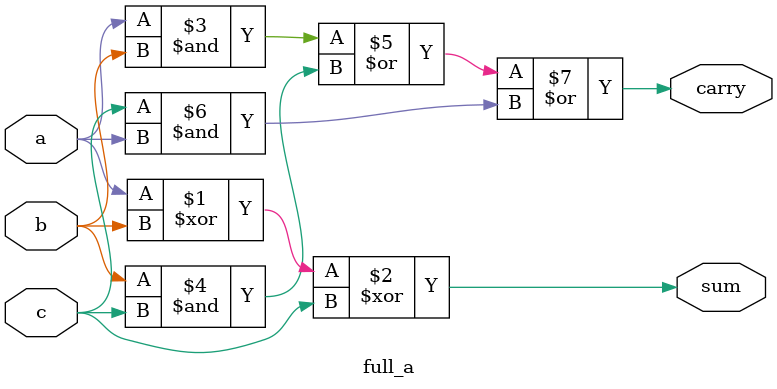
<source format=v>
`timescale 1ns / 1ps


module carry_save_Adder(input [3:0]x,y,z,output[4:0]s,output carry);
wire [3:0]c1,s1,c2;

full_a fa(x[0],y[0],z[0],s1[0],c1[0]);
full_a fa1(x[1],y[1],z[1],s1[1],c1[1]);
full_a fa2(x[2],y[2],z[2],s1[2],c1[2]);
full_a fa3(x[3],y[3],z[3],s1[3],c1[3]);


full_a fa4(s1[1],c1[0],1'b0,s[1],c2[1]);
full_a fa5(s1[2],c1[1],c2[1],s[2],c2[2]);
full_a fa6(s1[3],c1[2],c2[2],s[3],c2[3]);
full_a fa7(1'b0,c1[3],c2[3],s[4],carry);

assign s[0]=s1[0];

endmodule

module full_a(
input a,b,c,
output sum,carry
    );
    assign  sum =a^b^c ;
    assign carry = (a&b) | (b&c) | (c&a);

endmodule


</source>
